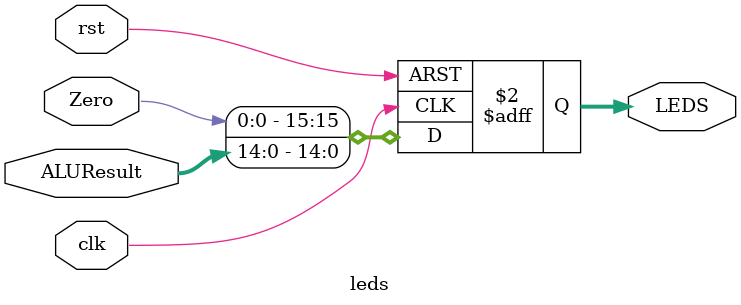
<source format=v>
`timescale 1ns / 1ps
module leds(
    input clk,
    input rst,
    input [31:0] ALUResult,
    input Zero,
    output reg [15:0] LEDS
);

    always @(posedge clk or posedge rst) begin
        if (rst)
            LEDS <= 16'b0;
        else begin
            LEDS[14:0] <= ALUResult[14:0];  // lower 15 bits to LEDs
            LEDS[15]   <= Zero;              // MSB LED shows Zero flag
        end
    end

endmodule

</source>
